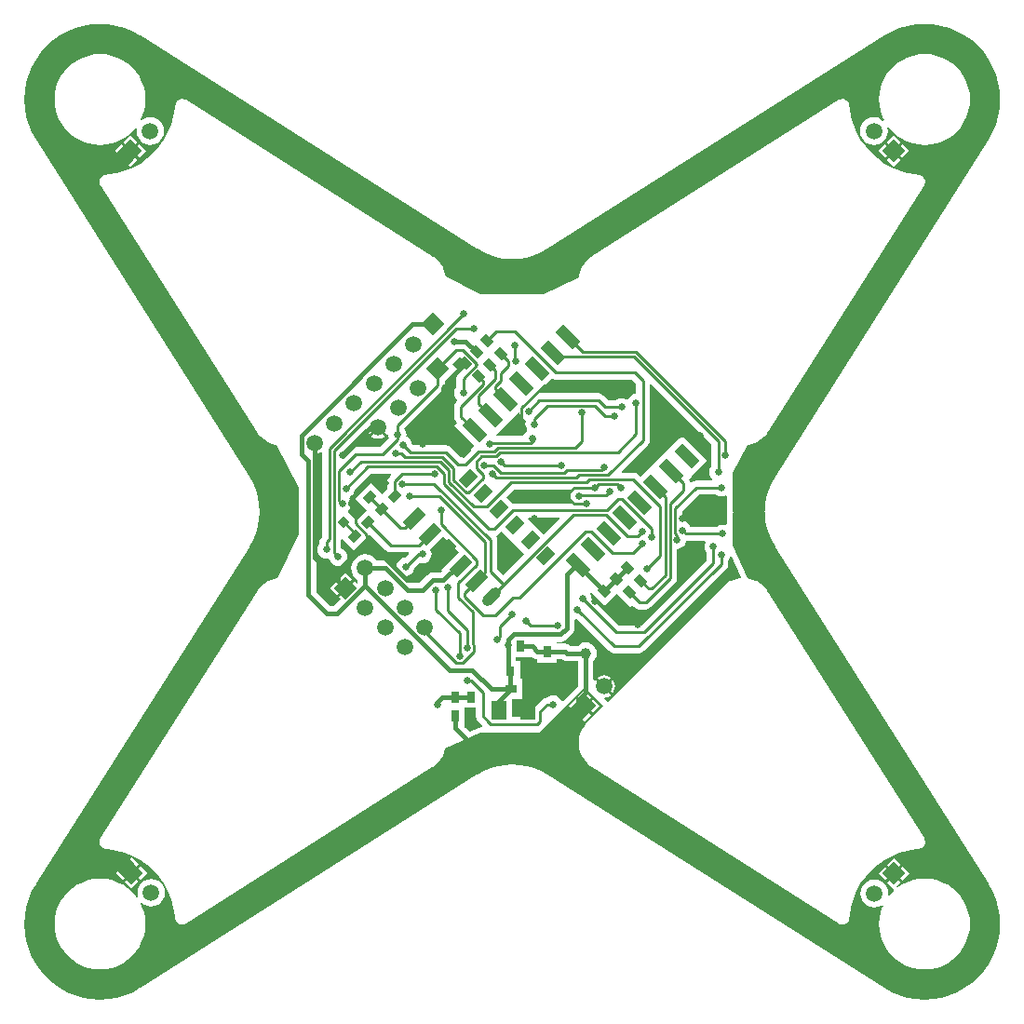
<source format=gbl>
G04 Layer_Physical_Order=2*
G04 Layer_Color=16711680*
%FSLAX44Y44*%
%MOMM*%
G71*
G01*
G75*
%ADD10R,1.0000X0.8000*%
%ADD13R,0.8000X0.9000*%
%ADD14R,0.8000X1.0000*%
%ADD18P,1.1314X4X270.0*%
%ADD25R,0.8000X1.0000*%
G04:AMPARAMS|DCode=29|XSize=1mm|YSize=0.8mm|CornerRadius=0mm|HoleSize=0mm|Usage=FLASHONLY|Rotation=315.000|XOffset=0mm|YOffset=0mm|HoleType=Round|Shape=Rectangle|*
%AMROTATEDRECTD29*
4,1,4,-0.6364,0.0707,-0.0707,0.6364,0.6364,-0.0707,0.0707,-0.6364,-0.6364,0.0707,0.0*
%
%ADD29ROTATEDRECTD29*%

G04:AMPARAMS|DCode=30|XSize=1mm|YSize=0.8mm|CornerRadius=0mm|HoleSize=0mm|Usage=FLASHONLY|Rotation=45.000|XOffset=0mm|YOffset=0mm|HoleType=Round|Shape=Rectangle|*
%AMROTATEDRECTD30*
4,1,4,-0.0707,-0.6364,-0.6364,-0.0707,0.0707,0.6364,0.6364,0.0707,-0.0707,-0.6364,0.0*
%
%ADD30ROTATEDRECTD30*%

%ADD32C,0.2540*%
%ADD33C,0.4000*%
%ADD35C,0.8000*%
%ADD36C,1.5000*%
%ADD37P,2.1213X4X90.0*%
%ADD38C,1.5000*%
%ADD39P,2.1213X4X360.0*%
%ADD40C,0.6500*%
%ADD41C,1.0000*%
%ADD42R,1.4000X1.8000*%
G04:AMPARAMS|DCode=43|XSize=1.5mm|YSize=1mm|CornerRadius=0mm|HoleSize=0mm|Usage=FLASHONLY|Rotation=225.000|XOffset=0mm|YOffset=0mm|HoleType=Round|Shape=Rectangle|*
%AMROTATEDRECTD43*
4,1,4,0.1768,0.8839,0.8839,0.1768,-0.1768,-0.8839,-0.8839,-0.1768,0.1768,0.8839,0.0*
%
%ADD43ROTATEDRECTD43*%

G04:AMPARAMS|DCode=44|XSize=2.25mm|YSize=1mm|CornerRadius=0mm|HoleSize=0mm|Usage=FLASHONLY|Rotation=135.000|XOffset=0mm|YOffset=0mm|HoleType=Round|Shape=Rectangle|*
%AMROTATEDRECTD44*
4,1,4,1.1490,-0.4419,0.4419,-1.1490,-1.1490,0.4419,-0.4419,1.1490,1.1490,-0.4419,0.0*
%
%ADD44ROTATEDRECTD44*%

G04:AMPARAMS|DCode=45|XSize=1mm|YSize=2mm|CornerRadius=0mm|HoleSize=0mm|Usage=FLASHONLY|Rotation=135.000|XOffset=0mm|YOffset=0mm|HoleType=Round|Shape=Rectangle|*
%AMROTATEDRECTD45*
4,1,4,1.0607,0.3535,-0.3535,-1.0607,-1.0607,-0.3535,0.3535,1.0607,1.0607,0.3535,0.0*
%
%ADD45ROTATEDRECTD45*%

G04:AMPARAMS|DCode=46|XSize=1mm|YSize=2mm|CornerRadius=0mm|HoleSize=0mm|Usage=FLASHONLY|Rotation=135.000|XOffset=0mm|YOffset=0mm|HoleType=Round|Shape=Round|*
%AMOVALD46*
21,1,1.0000,1.0000,0.0000,0.0000,225.0*
1,1,1.0000,0.3535,0.3535*
1,1,1.0000,-0.3535,-0.3535*
%
%ADD46OVALD46*%

G36*
X862695Y923281D02*
X870292Y921990D01*
X877696Y919857D01*
X884815Y916908D01*
X891559Y913181D01*
X897843Y908722D01*
X903588Y903588D01*
X908723Y897842D01*
X913182Y891558D01*
X916909Y884814D01*
X919858Y877696D01*
X921991Y870291D01*
X923281Y862695D01*
X923713Y855002D01*
X923281Y847309D01*
X921991Y839712D01*
X919858Y832308D01*
X916909Y825189D01*
X913284Y818630D01*
X912963Y818293D01*
X719050Y512118D01*
X718991Y511966D01*
X718959Y511921D01*
X715705Y506033D01*
X713130Y499817D01*
X711268Y493352D01*
X710141Y486719D01*
X709843Y481420D01*
X709783Y480349D01*
X708585Y480179D01*
X708009Y480179D01*
X682934Y480179D01*
X680394D01*
X680394Y481449D01*
X680394Y515482D01*
X693742Y540703D01*
X694335Y540749D01*
X698356Y541715D01*
X702176Y543297D01*
X705702Y545457D01*
X708846Y548143D01*
X711531Y551287D01*
X712115Y552240D01*
X712510Y552654D01*
X854480Y776815D01*
X854679Y777330D01*
X854986Y777790D01*
X855124Y778483D01*
X855378Y779143D01*
X855364Y779695D01*
X855472Y780236D01*
X855334Y780930D01*
X855317Y781636D01*
X855093Y782141D01*
X854986Y782682D01*
X854593Y783270D01*
X854306Y783917D01*
X853906Y784297D01*
X853600Y784756D01*
X853012Y785149D01*
X852500Y785637D01*
X851985Y785835D01*
X851526Y786142D01*
X850832Y786280D01*
X850173Y786535D01*
X849583Y786595D01*
Y786595D01*
X847309Y786723D01*
X839713Y788013D01*
X832309Y790146D01*
X825190Y793095D01*
X818446Y796822D01*
X812162Y801281D01*
X806416Y806416D01*
X801282Y812161D01*
X796823Y818445D01*
X793096Y825189D01*
X790147Y832308D01*
X788014Y839712D01*
X786723Y847309D01*
X786596Y849583D01*
X786596D01*
X786535Y850172D01*
X786281Y850832D01*
X786143Y851525D01*
X785836Y851984D01*
X785637Y852499D01*
X785150Y853011D01*
X784757Y853599D01*
X784298Y853906D01*
X783917Y854306D01*
X783271Y854592D01*
X782683Y854985D01*
X782141Y855093D01*
X781637Y855316D01*
X780930Y855334D01*
X780237Y855472D01*
X779695Y855364D01*
X779143Y855377D01*
X778484Y855123D01*
X777790Y854985D01*
X777331Y854678D01*
X776816Y854480D01*
X552655Y712509D01*
X552241Y712115D01*
X551288Y711531D01*
X548144Y708845D01*
X545458Y705701D01*
X543298Y702176D01*
X541715Y698355D01*
X540750Y694334D01*
X540681Y693455D01*
X508698Y677999D01*
X451307D01*
X419294Y693841D01*
X419255Y694334D01*
X418289Y698355D01*
X416707Y702176D01*
X414547Y705701D01*
X411861Y708845D01*
X408717Y711531D01*
X407764Y712115D01*
X407350Y712509D01*
X183189Y854480D01*
X182674Y854678D01*
X182215Y854985D01*
X181521Y855123D01*
X180861Y855377D01*
X180310Y855364D01*
X179768Y855472D01*
X179075Y855334D01*
X178368Y855316D01*
X177863Y855093D01*
X177322Y854985D01*
X176734Y854592D01*
X176087Y854306D01*
X175707Y853906D01*
X175248Y853599D01*
X174855Y853011D01*
X174367Y852499D01*
X174169Y851984D01*
X173862Y851525D01*
X173724Y850832D01*
X173469Y850172D01*
X173409Y849583D01*
X173409D01*
X173281Y847309D01*
X171991Y839712D01*
X169858Y832308D01*
X166909Y825189D01*
X163182Y818445D01*
X158723Y812161D01*
X153588Y806416D01*
X147843Y801281D01*
X141559Y796822D01*
X134815Y793095D01*
X127696Y790146D01*
X120292Y788013D01*
X112696Y786723D01*
X110422Y786595D01*
Y786595D01*
X109832Y786535D01*
X109172Y786280D01*
X108479Y786142D01*
X108020Y785835D01*
X107505Y785637D01*
X106993Y785149D01*
X106405Y784756D01*
X106098Y784297D01*
X105698Y783917D01*
X105412Y783270D01*
X105019Y782682D01*
X104911Y782141D01*
X104688Y781636D01*
X104670Y780929D01*
X104532Y780236D01*
X104640Y779695D01*
X104627Y779143D01*
X104881Y778483D01*
X105019Y777790D01*
X105326Y777330D01*
X105525Y776815D01*
X247495Y552654D01*
X247889Y552240D01*
X248473Y551287D01*
X251159Y548143D01*
X254303Y545457D01*
X257829Y543297D01*
X261649Y541715D01*
X265670Y540749D01*
X265770Y540741D01*
X285723Y501475D01*
Y459145D01*
X266362Y419309D01*
X265670Y419254D01*
X261649Y418289D01*
X257829Y416707D01*
X254303Y414546D01*
X251159Y411861D01*
X248473Y408716D01*
X247889Y407763D01*
X247495Y407349D01*
X105525Y183188D01*
X105326Y182673D01*
X105019Y182214D01*
X104881Y181521D01*
X104627Y180861D01*
X104640Y180309D01*
X104532Y179767D01*
X104670Y179074D01*
X104688Y178367D01*
X104911Y177862D01*
X105019Y177321D01*
X105412Y176733D01*
X105698Y176087D01*
X106098Y175706D01*
X106405Y175247D01*
X106993Y174854D01*
X107505Y174367D01*
X108020Y174168D01*
X108479Y173861D01*
X109172Y173723D01*
X109832Y173469D01*
X110422Y173409D01*
Y173409D01*
X112696Y173281D01*
X120292Y171990D01*
X127696Y169857D01*
X134815Y166908D01*
X141559Y163181D01*
X147843Y158722D01*
X153588Y153588D01*
X158723Y147843D01*
X163182Y141558D01*
X166909Y134814D01*
X169858Y127696D01*
X171991Y120291D01*
X173281Y112695D01*
X173409Y110421D01*
X173409D01*
X173469Y109831D01*
X173724Y109172D01*
X173862Y108478D01*
X174169Y108019D01*
X174367Y107504D01*
X174855Y106992D01*
X175248Y106404D01*
X175707Y106098D01*
X176087Y105698D01*
X176734Y105411D01*
X177322Y105019D01*
X177863Y104911D01*
X178368Y104687D01*
X179075Y104670D01*
X179768Y104532D01*
X180310Y104640D01*
X180861Y104626D01*
X181521Y104881D01*
X182215Y105019D01*
X182674Y105325D01*
X183189Y105524D01*
X407350Y247494D01*
X407764Y247889D01*
X408717Y248473D01*
X411861Y251158D01*
X414547Y254302D01*
X416707Y257828D01*
X418289Y261648D01*
X418931Y264319D01*
X451133Y278780D01*
X504570D01*
X546210Y320420D01*
X563145Y303485D01*
X548114Y288454D01*
X547918Y288160D01*
X545458Y285280D01*
X543298Y281754D01*
X541715Y277934D01*
X540750Y273913D01*
X540425Y269791D01*
X540750Y265669D01*
X540979Y264713D01*
D01*
X541715Y261648D01*
X543298Y257828D01*
X545458Y254302D01*
X548144Y251158D01*
X551288Y248473D01*
X552241Y247889D01*
X552655Y247494D01*
X776816Y105524D01*
X777331Y105325D01*
X777790Y105019D01*
X778484Y104881D01*
X779143Y104626D01*
X779695Y104640D01*
X780237Y104532D01*
X780930Y104670D01*
X781637Y104687D01*
X782141Y104911D01*
X782683Y105019D01*
X783271Y105411D01*
X783917Y105698D01*
X784298Y106098D01*
X784757Y106404D01*
X785150Y106992D01*
X785637Y107504D01*
X785836Y108019D01*
X786143Y108478D01*
X786281Y109172D01*
X786535Y109831D01*
X786596Y110421D01*
X786596D01*
X786723Y112695D01*
X788014Y120291D01*
X790147Y127696D01*
X793096Y134814D01*
X796823Y141558D01*
X801282Y147843D01*
X806416Y153588D01*
X812162Y158722D01*
X818446Y163181D01*
X825190Y166908D01*
X832309Y169857D01*
X839713Y171990D01*
X847309Y173281D01*
X849583Y173409D01*
Y173409D01*
X850173Y173469D01*
X850832Y173723D01*
X851526Y173861D01*
X851985Y174168D01*
X852500Y174367D01*
X853012Y174854D01*
X853600Y175247D01*
X853906Y175706D01*
X854306Y176087D01*
X854593Y176733D01*
X854986Y177321D01*
X855093Y177863D01*
X855317Y178367D01*
X855334Y179074D01*
X855472Y179767D01*
X855364Y180309D01*
X855378Y180861D01*
X855124Y181520D01*
X854986Y182214D01*
X854679Y182673D01*
X854480Y183188D01*
X712510Y407349D01*
X712115Y407763D01*
X711531Y408716D01*
X708846Y411861D01*
X705702Y414546D01*
X702176Y416707D01*
X698356Y418289D01*
X694360Y419248D01*
X680394Y448912D01*
X680394Y478909D01*
X681664Y480179D01*
X684204Y480179D01*
X706105D01*
X708584Y480179D01*
X708597Y480177D01*
X709766Y479964D01*
X709824Y478930D01*
X710141Y473284D01*
X711268Y466651D01*
X713130Y460187D01*
X715705Y453971D01*
X718959Y448082D01*
X718991Y448037D01*
X719050Y447886D01*
X912963Y141711D01*
X913284Y141373D01*
X916909Y134814D01*
X919858Y127696D01*
X921991Y120291D01*
X923281Y112695D01*
X923713Y105002D01*
X923281Y97309D01*
X921991Y89712D01*
X919858Y82308D01*
X916909Y75189D01*
X913182Y68445D01*
X908723Y62161D01*
X903588Y56416D01*
X897843Y51281D01*
X891559Y46822D01*
X884815Y43095D01*
X877696Y40146D01*
X870292Y38013D01*
X862695Y36723D01*
X855002Y36291D01*
X847309Y36723D01*
X839713Y38013D01*
X832309Y40146D01*
X825190Y43095D01*
X818631Y46720D01*
X818294Y47041D01*
X512119Y240954D01*
X511967Y241013D01*
X511922Y241045D01*
X506034Y244299D01*
X499818Y246874D01*
X493353Y248736D01*
X486720Y249863D01*
X480002Y250240D01*
X473285Y249863D01*
X466652Y248736D01*
X460187Y246874D01*
X453971Y244299D01*
X448083Y241045D01*
X448038Y241013D01*
X447886Y240954D01*
X141711Y47041D01*
X141374Y46720D01*
X134815Y43095D01*
X127696Y40146D01*
X120292Y38013D01*
X112696Y36723D01*
X105002Y36291D01*
X97309Y36723D01*
X89713Y38013D01*
X82309Y40146D01*
X75190Y43095D01*
X68446Y46822D01*
X62162Y51281D01*
X56416Y56416D01*
X51282Y62161D01*
X46823Y68445D01*
X43096Y75189D01*
X40147Y82308D01*
X38014Y89712D01*
X36723Y97309D01*
X36291Y105002D01*
X36723Y112695D01*
X38014Y120291D01*
X40147Y127696D01*
X43096Y134814D01*
X46721Y141373D01*
X47042Y141711D01*
X240955Y447886D01*
X241013Y448037D01*
X241045Y448082D01*
X244300Y453971D01*
X246874Y460187D01*
X248737Y466651D01*
X249864Y473284D01*
X250241Y480002D01*
X249864Y486719D01*
X248737Y493352D01*
X246874Y499817D01*
X244300Y506033D01*
X241045Y511921D01*
X241013Y511966D01*
X240955Y512118D01*
X47042Y818293D01*
X46721Y818630D01*
X43096Y825189D01*
X40147Y832308D01*
X38014Y839712D01*
X36723Y847309D01*
X36291Y855002D01*
X36723Y862695D01*
X38014Y870291D01*
X40147Y877696D01*
X43096Y884814D01*
X46823Y891558D01*
X51282Y897842D01*
X56416Y903588D01*
X62162Y908722D01*
X68446Y913181D01*
X75190Y916908D01*
X82309Y919857D01*
X89713Y921990D01*
X97309Y923281D01*
X105002Y923713D01*
X112696Y923281D01*
X120292Y921990D01*
X127696Y919857D01*
X134815Y916908D01*
X141374Y913283D01*
X141711Y912962D01*
X447886Y719049D01*
X448038Y718991D01*
X448083Y718959D01*
X453971Y715704D01*
X460187Y713130D01*
X466652Y711267D01*
X473285Y710140D01*
X480002Y709763D01*
X486720Y710140D01*
X493353Y711267D01*
X499818Y713130D01*
X506034Y715704D01*
X511922Y718959D01*
X511967Y718991D01*
X512119Y719049D01*
X818294Y912962D01*
X818631Y913283D01*
X825190Y916908D01*
X832309Y919857D01*
X839713Y921990D01*
X847309Y923281D01*
X855002Y923713D01*
X862695Y923281D01*
D02*
G37*
G36*
X517426Y600867D02*
X519873Y600381D01*
X588594D01*
X592692Y596283D01*
Y587355D01*
X590633Y587084D01*
X588626Y586253D01*
X586903Y584931D01*
X585580Y583207D01*
X585200Y582289D01*
X583973Y581960D01*
X583481Y582338D01*
X581474Y583169D01*
X579320Y583453D01*
X577167Y583169D01*
X575160Y582338D01*
X574100Y581525D01*
X567443D01*
X563110Y585858D01*
X561036Y587244D01*
X558589Y587731D01*
X504518D01*
X504305Y587957D01*
X503832Y588841D01*
X506883Y591891D01*
X506883Y591891D01*
X516487Y601495D01*
X517426Y600867D01*
D02*
G37*
G36*
X486599Y569997D02*
X486675Y569417D01*
X487507Y567410D01*
X488829Y565687D01*
X490552Y564365D01*
X491545Y563954D01*
X492260Y562360D01*
X492061Y561879D01*
X491777Y559726D01*
X492061Y557572D01*
X492892Y555565D01*
X493337Y554985D01*
X493038Y553289D01*
X492119Y552583D01*
X490796Y550860D01*
X490019Y548982D01*
X465770D01*
X465244Y550252D01*
X478598Y563607D01*
X478598D01*
X478598Y563607D01*
X485396Y570405D01*
X486599Y569997D01*
D02*
G37*
G36*
X358164Y556549D02*
X359062Y557448D01*
X366443Y550067D01*
X367275Y549844D01*
X367482Y548274D01*
X367935Y547181D01*
X359785Y539031D01*
X337794D01*
X335347Y538544D01*
X333273Y537159D01*
X325576Y529461D01*
X324402Y529947D01*
Y532940D01*
X346903Y555440D01*
X348244Y554985D01*
X348383Y553929D01*
X349394Y551486D01*
X350224Y550405D01*
X357266Y557448D01*
X358164Y556549D01*
D02*
G37*
G36*
X307299Y533952D02*
Y457663D01*
X306737Y457102D01*
X305351Y455028D01*
X304865Y452581D01*
Y450714D01*
X304051Y449654D01*
X303220Y447647D01*
X302936Y445494D01*
X303220Y443340D01*
X304051Y441333D01*
X305374Y439610D01*
X307097Y438287D01*
X309104Y437456D01*
X311258Y437172D01*
X312407Y437324D01*
X313783Y436603D01*
X314614Y434596D01*
X315936Y432873D01*
X317659Y431551D01*
X319666Y430719D01*
X321820Y430436D01*
X323974Y430719D01*
X325981Y431551D01*
X327704Y432873D01*
X329026Y434596D01*
X329858Y436603D01*
X330141Y438757D01*
X329858Y440911D01*
X329026Y442918D01*
X327704Y444641D01*
X325981Y445963D01*
X324402Y446617D01*
Y454590D01*
X325576Y455076D01*
X336014Y444638D01*
X350156Y458780D01*
X351306Y458489D01*
X364860Y444934D01*
X366934Y443549D01*
X369380Y443062D01*
X385444D01*
X385930Y441889D01*
X382172Y438130D01*
X380847Y437956D01*
X378840Y437124D01*
X377116Y435802D01*
X375794Y434079D01*
X374963Y432072D01*
X374779Y430673D01*
X373438Y430218D01*
X370018Y433638D01*
X368556Y434760D01*
X366853Y435465D01*
X365026Y435706D01*
X356627D01*
X355203Y437560D01*
X352592Y439564D01*
X349552Y440824D01*
X346288Y441253D01*
X343025Y440824D01*
X339984Y439564D01*
X337373Y437560D01*
X335370Y434949D01*
X334110Y431908D01*
X333680Y428645D01*
X334110Y425382D01*
X335370Y422341D01*
X337373Y419730D01*
X339228Y418307D01*
Y415779D01*
X338217Y414994D01*
X336325Y416886D01*
X329226Y409786D01*
X322127Y402687D01*
X324211Y400603D01*
X317783Y394175D01*
X314516D01*
X301629Y407062D01*
Y525979D01*
X301388Y527806D01*
X300683Y529509D01*
X299561Y530971D01*
X299098Y531434D01*
X299660Y532573D01*
X300236Y532497D01*
X302857Y532842D01*
X305299Y533854D01*
X306160Y534514D01*
X307299Y533952D01*
D02*
G37*
G36*
X439357Y614077D02*
X430893Y605613D01*
X429507Y603539D01*
X429021Y601093D01*
Y593614D01*
X428207Y592553D01*
X427376Y590546D01*
X427092Y588393D01*
X427376Y586239D01*
X428207Y584232D01*
X429529Y582509D01*
X429757Y582335D01*
X429840Y581067D01*
X428744Y579972D01*
X427359Y577898D01*
X426872Y575452D01*
Y566514D01*
X427359Y564067D01*
X428744Y561993D01*
X429884Y560854D01*
X427333Y558303D01*
X445062Y540574D01*
X444938Y539310D01*
X444911Y539292D01*
X435039Y529420D01*
X433466D01*
X424271Y538615D01*
X422197Y540001D01*
X419751Y540488D01*
X390002D01*
X388639Y541850D01*
X388465Y543175D01*
X387633Y545182D01*
X386311Y546906D01*
X384588Y548228D01*
X383605Y548635D01*
X383841Y550428D01*
X383557Y552581D01*
X382726Y554588D01*
X381912Y555648D01*
Y556031D01*
X416566Y590685D01*
X417952Y592759D01*
X418439Y595205D01*
Y599146D01*
X429724Y610431D01*
X425512Y614642D01*
X431931Y621062D01*
X432372D01*
X439357Y614077D01*
D02*
G37*
G36*
X661266Y541263D02*
Y521046D01*
X660452Y519985D01*
X659621Y517979D01*
X659338Y515825D01*
X659621Y513671D01*
X660452Y511664D01*
X661775Y509941D01*
X662028Y509747D01*
X661596Y508477D01*
X647046D01*
X644599Y507990D01*
X642908Y506860D01*
X641537Y507238D01*
X641345Y508208D01*
X640352Y509693D01*
X642103Y511444D01*
X643001Y512342D01*
X643899Y513240D01*
X657143Y526484D01*
X634162Y549465D01*
X620918Y536221D01*
X620020Y535323D01*
X619122Y534425D01*
X605878Y521180D01*
X605878D01*
X605878Y521180D01*
X596492Y511794D01*
X594530Y513756D01*
X592456Y515142D01*
X590009Y515629D01*
X580085D01*
X579599Y516802D01*
X603605Y540808D01*
X604991Y542882D01*
X605477Y545329D01*
Y595392D01*
X606651Y595879D01*
X661266Y541263D01*
D02*
G37*
G36*
X369960Y513575D02*
X368450Y512064D01*
X367064Y509990D01*
X366577Y507544D01*
Y500876D01*
X361634Y495933D01*
X350863Y506704D01*
X336721Y492562D01*
X347602Y481682D01*
X338067Y472147D01*
X330559Y479655D01*
X330642Y480922D01*
X331142Y481305D01*
X332464Y483029D01*
X333295Y485036D01*
X333579Y487189D01*
X333295Y489343D01*
X332464Y491350D01*
X331938Y492035D01*
X332352Y493582D01*
X332815Y493773D01*
X334539Y495096D01*
X335861Y496819D01*
X336692Y498826D01*
X336867Y500151D01*
X351464Y514748D01*
X369474D01*
X369960Y513575D01*
D02*
G37*
G36*
X533908Y499215D02*
X533402Y498557D01*
X532571Y496550D01*
X532287Y494396D01*
X532571Y492243D01*
X533402Y490236D01*
X534486Y488824D01*
X534038Y487554D01*
X480411D01*
X480406Y487553D01*
X474556Y493403D01*
X481638Y500485D01*
X533281D01*
X533908Y499215D01*
D02*
G37*
G36*
X666184Y494878D02*
X668191Y494047D01*
X670345Y493763D01*
X672499Y494047D01*
X674026Y494679D01*
X675296Y494009D01*
X675296Y481449D01*
X675296Y480179D01*
X675422Y479544D01*
X675296Y478909D01*
X675296Y478909D01*
X675296Y478909D01*
X675296Y468443D01*
X674026Y467594D01*
X673266Y467909D01*
X671112Y468193D01*
X668959Y467909D01*
X666952Y467078D01*
X665892Y466264D01*
X642252D01*
X641893Y467130D01*
X640571Y468853D01*
X638847Y470176D01*
X636840Y471007D01*
X634687Y471291D01*
X634525Y471433D01*
Y480522D01*
X649694Y495691D01*
X665124D01*
X666184Y494878D01*
D02*
G37*
G36*
X523315Y473595D02*
X508839Y459120D01*
X498044Y469915D01*
Y469915D01*
X498044Y469915D01*
X494364Y473595D01*
X494850Y474768D01*
X522829D01*
X523315Y473595D01*
D02*
G37*
G36*
X431309Y443259D02*
X415521Y427472D01*
X416350Y426643D01*
X414329Y424622D01*
X407581D01*
X405753Y424381D01*
X404051Y423676D01*
X402588Y422554D01*
X395457Y415422D01*
X388234D01*
X383301Y420355D01*
X383756Y421696D01*
X385154Y421880D01*
X387161Y422712D01*
X388884Y424034D01*
X390207Y425757D01*
X391038Y427764D01*
X391212Y429089D01*
X395840Y433717D01*
X396147Y433590D01*
X398301Y433307D01*
X400454Y433590D01*
X402461Y434421D01*
X404185Y435744D01*
X405507Y437467D01*
X406338Y439474D01*
X406622Y441628D01*
X406338Y443781D01*
X405521Y445755D01*
X417167Y457402D01*
X431309Y443259D01*
D02*
G37*
G36*
X480366Y452238D02*
X480366D01*
X480366Y452237D01*
X491162Y441442D01*
X472192Y422473D01*
X466315Y428350D01*
Y454524D01*
X465828Y456971D01*
X465581Y457341D01*
X465959Y458254D01*
X466259Y458613D01*
X468204Y459913D01*
X470447Y462156D01*
X480366Y452238D01*
D02*
G37*
G36*
X655603Y452209D02*
X655022Y450807D01*
X654739Y448653D01*
X655022Y446499D01*
X655854Y444492D01*
X656667Y443432D01*
Y436116D01*
X597375Y376824D01*
X576909D01*
X551954Y401779D01*
X551733Y403454D01*
X550902Y405461D01*
X550724Y405693D01*
X551681Y406532D01*
X563960Y394253D01*
X575037Y405331D01*
X587117Y393251D01*
X588961Y395094D01*
X590993Y393063D01*
X593067Y391677D01*
X595513Y391190D01*
X601300D01*
X603747Y391677D01*
X605821Y393063D01*
X628142Y415384D01*
X629528Y417458D01*
X630015Y419904D01*
Y446273D01*
X632073Y446544D01*
X634080Y447375D01*
X635804Y448697D01*
X637126Y450421D01*
X637957Y452428D01*
X638096Y453479D01*
X654859D01*
X655603Y452209D01*
D02*
G37*
G36*
X688153Y420465D02*
X687515Y419366D01*
X686091Y419254D01*
X682070Y418289D01*
X678250Y416707D01*
X674724Y414546D01*
X671844Y412086D01*
X671550Y411890D01*
X566750Y307090D01*
X566750Y307090D01*
X563923Y309917D01*
X564379Y311258D01*
X566151Y311491D01*
X568594Y312503D01*
X569675Y313332D01*
X562632Y320375D01*
X555590Y327417D01*
X555060Y326726D01*
X553790Y327157D01*
Y343914D01*
X553862Y343969D01*
X555465Y346058D01*
X556472Y348490D01*
X556816Y351101D01*
X556472Y353711D01*
X555465Y356144D01*
X553862Y358233D01*
X551773Y359836D01*
X549340Y360844D01*
X546730Y361187D01*
X544119Y360844D01*
X541686Y359836D01*
X539598Y358233D01*
X539543Y358161D01*
X533022D01*
X531772Y359121D01*
X530069Y359826D01*
X528242Y360067D01*
X520785D01*
Y361587D01*
X524212D01*
X526040Y361828D01*
X527743Y362533D01*
X529205Y363655D01*
X534831Y369281D01*
X535953Y370744D01*
X536658Y372446D01*
X536899Y374274D01*
Y381915D01*
X538169Y383012D01*
X538428Y382977D01*
X568171Y353234D01*
X570245Y351849D01*
X572692Y351362D01*
X595151D01*
X597598Y351849D01*
X599672Y353234D01*
X674509Y428072D01*
X675895Y430146D01*
X676381Y432592D01*
Y435373D01*
X677195Y436433D01*
X678026Y438440D01*
X678083Y438871D01*
X679391Y439075D01*
X688153Y420465D01*
D02*
G37*
G36*
X499152Y346892D02*
X500854Y346186D01*
X502682Y345946D01*
X502785D01*
Y343006D01*
X520785D01*
Y345946D01*
X525366D01*
X526617Y344986D01*
X528320Y344281D01*
X530147Y344040D01*
X539543D01*
X539598Y343969D01*
X539669Y343914D01*
Y321089D01*
X526175Y307594D01*
X524676Y307892D01*
X524336Y308714D01*
X523014Y310437D01*
X521290Y311759D01*
X519283Y312591D01*
X517130Y312874D01*
X514976Y312591D01*
X512969Y311759D01*
X511909Y310946D01*
X511555D01*
X509108Y310459D01*
X507034Y309073D01*
X501020Y303059D01*
X499634Y300985D01*
X499147Y298538D01*
Y293284D01*
X479768D01*
Y309564D01*
X480141Y309937D01*
X489156D01*
Y327937D01*
X487159D01*
Y344580D01*
X483350D01*
Y347580D01*
X496659D01*
Y347580D01*
X497929Y347830D01*
X499152Y346892D01*
D02*
G37*
G36*
X446850Y293965D02*
X447336Y291518D01*
X448722Y289444D01*
X452312Y285854D01*
X452784Y285148D01*
X452105Y283878D01*
X451133D01*
X451058Y283864D01*
X450983Y283876D01*
X450085Y283670D01*
X449182Y283490D01*
X449118Y283448D01*
X449044Y283431D01*
X441415Y280005D01*
X437784Y283636D01*
X437008Y284527D01*
X437008D01*
X437008Y284527D01*
Y301577D01*
X446850D01*
Y293965D01*
D02*
G37*
%LPC*%
G36*
X855002Y896360D02*
X849604Y896006D01*
X844298Y894951D01*
X839175Y893212D01*
X834323Y890819D01*
X829825Y887814D01*
X825757Y884247D01*
X822190Y880179D01*
X819185Y875681D01*
X816792Y870829D01*
X815053Y865706D01*
X813998Y860400D01*
X813644Y855002D01*
X813998Y849603D01*
X815053Y844297D01*
X816792Y839174D01*
X818102Y836518D01*
X817094Y835691D01*
X815276Y837085D01*
X812236Y838345D01*
X808972Y838774D01*
X805709Y838345D01*
X802669Y837085D01*
X800057Y835082D01*
X798054Y832471D01*
X796794Y829430D01*
X796365Y826167D01*
X796794Y822904D01*
X798054Y819863D01*
X800057Y817252D01*
X802669Y815248D01*
X805709Y813988D01*
X808972Y813559D01*
X812236Y813988D01*
X815276Y815248D01*
X817887Y817252D01*
X819891Y819863D01*
X821151Y822904D01*
X821580Y826167D01*
X821197Y829077D01*
X821302Y829156D01*
X822413Y829570D01*
X825757Y825757D01*
X829825Y822190D01*
X834323Y819184D01*
X839175Y816792D01*
X844298Y815052D01*
X849604Y813997D01*
X855002Y813643D01*
X860401Y813997D01*
X865707Y815052D01*
X870830Y816792D01*
X875682Y819184D01*
X880180Y822190D01*
X884247Y825757D01*
X887814Y829824D01*
X890820Y834323D01*
X893213Y839174D01*
X894952Y844297D01*
X896007Y849603D01*
X896361Y855002D01*
X896007Y860400D01*
X894952Y865706D01*
X893213Y870829D01*
X890820Y875681D01*
X887814Y880179D01*
X884247Y884247D01*
X880180Y887814D01*
X875682Y890819D01*
X870830Y893212D01*
X865707Y894951D01*
X860401Y896006D01*
X855002Y896360D01*
D02*
G37*
G36*
X105002D02*
X99604Y896006D01*
X94298Y894951D01*
X89175Y893212D01*
X84323Y890819D01*
X79825Y887814D01*
X75757Y884247D01*
X72190Y880179D01*
X69185Y875681D01*
X66792Y870829D01*
X65053Y865706D01*
X63998Y860400D01*
X63644Y855002D01*
X63998Y849603D01*
X65053Y844297D01*
X66792Y839174D01*
X69185Y834323D01*
X72190Y829824D01*
X75757Y825757D01*
X79825Y822190D01*
X84323Y819184D01*
X89175Y816792D01*
X94298Y815052D01*
X99604Y813997D01*
X105002Y813643D01*
X110401Y813997D01*
X115707Y815052D01*
X120830Y816792D01*
X125682Y819184D01*
X130180Y822190D01*
X134247Y825757D01*
X137290Y829227D01*
X138499Y828679D01*
X138168Y826167D01*
X138598Y822904D01*
X139857Y819863D01*
X141861Y817252D01*
X144472Y815248D01*
X147513Y813988D01*
X150776Y813559D01*
X154039Y813988D01*
X157080Y815248D01*
X159691Y817252D01*
X161695Y819863D01*
X162954Y822904D01*
X163384Y826167D01*
X162954Y829430D01*
X161695Y832471D01*
X159691Y835082D01*
X157080Y837085D01*
X154039Y838345D01*
X150776Y838774D01*
X147513Y838345D01*
X144472Y837085D01*
X143067Y836007D01*
X142058Y836834D01*
X143213Y839174D01*
X144952Y844297D01*
X146007Y849603D01*
X146361Y855002D01*
X146007Y860400D01*
X144952Y865706D01*
X143213Y870829D01*
X140820Y875681D01*
X137814Y880179D01*
X134247Y884247D01*
X130180Y887814D01*
X125682Y890819D01*
X120830Y893212D01*
X115707Y894951D01*
X110401Y896006D01*
X105002Y896360D01*
D02*
G37*
G36*
X132816Y822405D02*
X126615Y816204D01*
X132816Y810002D01*
X139017Y816204D01*
X132816Y822405D01*
D02*
G37*
G36*
X826933Y822404D02*
X820732Y816203D01*
X826933Y810002D01*
X833134Y816203D01*
X826933Y822404D01*
D02*
G37*
G36*
X140813Y814408D02*
X134612Y808206D01*
X140813Y802005D01*
X147015Y808206D01*
X140813Y814408D01*
D02*
G37*
G36*
X124818Y814408D02*
X118617Y808206D01*
X124818Y802005D01*
X131020Y808206D01*
X124818Y814408D01*
D02*
G37*
G36*
X834930Y814407D02*
X828729Y808206D01*
X834930Y802004D01*
X841131Y808206D01*
X834930Y814407D01*
D02*
G37*
G36*
X818935D02*
X812734Y808206D01*
X818935Y802004D01*
X825137Y808206D01*
X818935Y814407D01*
D02*
G37*
G36*
X132816Y806410D02*
X126615Y800209D01*
X132816Y794008D01*
X139017Y800209D01*
X132816Y806410D01*
D02*
G37*
G36*
X826933Y806410D02*
X820732Y800208D01*
X826933Y794007D01*
X833134Y800208D01*
X826933Y806410D01*
D02*
G37*
G36*
X545570Y317511D02*
X539369Y311310D01*
X545570Y305108D01*
X551771Y311310D01*
X545570Y317511D01*
D02*
G37*
G36*
X553567Y309514D02*
X547366Y303312D01*
X553567Y297111D01*
X559769Y303312D01*
X553567Y309514D01*
D02*
G37*
G36*
X537573D02*
X531371Y303312D01*
X537573Y297111D01*
X543774Y303312D01*
X537573Y309514D01*
D02*
G37*
G36*
X545570Y301516D02*
X539369Y295315D01*
X545570Y289114D01*
X551771Y295315D01*
X545570Y301516D01*
D02*
G37*
G36*
X133671Y165709D02*
X127470Y159508D01*
X133671Y153306D01*
X139873Y159508D01*
X133671Y165709D01*
D02*
G37*
G36*
X827196Y165120D02*
X820995Y158919D01*
X827196Y152717D01*
X833397Y158919D01*
X827196Y165120D01*
D02*
G37*
G36*
X125674Y157711D02*
X119473Y151510D01*
X125674Y145309D01*
X131875Y151510D01*
X125674Y157711D01*
D02*
G37*
G36*
X141669D02*
X135467Y151510D01*
X141669Y145309D01*
X147870Y151510D01*
X141669Y157711D01*
D02*
G37*
G36*
X819199Y157123D02*
X812997Y150921D01*
X819199Y144720D01*
X825400Y150921D01*
X819199Y157123D01*
D02*
G37*
G36*
X835193D02*
X828992Y150921D01*
X835193Y144720D01*
X841395Y150921D01*
X835193Y157123D01*
D02*
G37*
G36*
X133671Y149714D02*
X127470Y143513D01*
X133671Y137311D01*
X139873Y143513D01*
X133671Y149714D01*
D02*
G37*
G36*
X827196Y149125D02*
X820995Y142924D01*
X826943Y136976D01*
X827153Y135471D01*
X825757Y134247D01*
X822858Y130940D01*
X821649Y131488D01*
X821843Y132961D01*
X821413Y136224D01*
X820154Y139265D01*
X818150Y141876D01*
X815539Y143880D01*
X812498Y145139D01*
X809235Y145569D01*
X805972Y145139D01*
X802931Y143880D01*
X800320Y141876D01*
X798316Y139265D01*
X797057Y136224D01*
X796627Y132961D01*
X797057Y129698D01*
X798316Y126657D01*
X800320Y124046D01*
X802931Y122042D01*
X805972Y120783D01*
X809235Y120353D01*
X812498Y120783D01*
X815539Y122042D01*
X816239Y122580D01*
X817247Y121752D01*
X816792Y120829D01*
X815053Y115706D01*
X813998Y110400D01*
X813644Y105002D01*
X813998Y99603D01*
X815053Y94297D01*
X816792Y89174D01*
X819185Y84323D01*
X822190Y79824D01*
X825757Y75757D01*
X829825Y72190D01*
X834323Y69184D01*
X839175Y66792D01*
X844298Y65052D01*
X849604Y63997D01*
X855002Y63643D01*
X860401Y63997D01*
X865707Y65052D01*
X870830Y66792D01*
X875682Y69184D01*
X880180Y72190D01*
X884247Y75757D01*
X887814Y79824D01*
X890820Y84323D01*
X893213Y89174D01*
X894952Y94297D01*
X896007Y99603D01*
X896361Y105002D01*
X896007Y110400D01*
X894952Y115706D01*
X893213Y120829D01*
X890820Y125681D01*
X887814Y130179D01*
X884247Y134247D01*
X880180Y137814D01*
X875682Y140819D01*
X870830Y143212D01*
X865707Y144951D01*
X860401Y146006D01*
X855002Y146360D01*
X849604Y146006D01*
X844298Y144951D01*
X839175Y143212D01*
X834323Y140819D01*
X830603Y138334D01*
X829793Y139320D01*
X833397Y142924D01*
X827196Y149125D01*
D02*
G37*
G36*
X105002Y146360D02*
X99604Y146006D01*
X94298Y144951D01*
X89175Y143212D01*
X84323Y140819D01*
X79825Y137814D01*
X75757Y134247D01*
X72190Y130179D01*
X69185Y125681D01*
X66792Y120829D01*
X65053Y115706D01*
X63998Y110400D01*
X63644Y105002D01*
X63998Y99603D01*
X65053Y94297D01*
X66792Y89174D01*
X69185Y84323D01*
X72190Y79824D01*
X75757Y75757D01*
X79825Y72190D01*
X84323Y69184D01*
X89175Y66792D01*
X94298Y65052D01*
X99604Y63997D01*
X105002Y63643D01*
X110401Y63997D01*
X115707Y65052D01*
X120830Y66792D01*
X125682Y69184D01*
X130180Y72190D01*
X134247Y75757D01*
X137814Y79824D01*
X140820Y84323D01*
X143213Y89174D01*
X144952Y94297D01*
X146007Y99603D01*
X146361Y105002D01*
X146007Y110400D01*
X144952Y115706D01*
X143213Y120829D01*
X141721Y123854D01*
X142717Y124634D01*
X145328Y122631D01*
X148368Y121371D01*
X151632Y120941D01*
X154895Y121371D01*
X157935Y122631D01*
X160547Y124634D01*
X162550Y127245D01*
X163810Y130286D01*
X164239Y133549D01*
X163810Y136812D01*
X162550Y139853D01*
X160547Y142464D01*
X157935Y144468D01*
X154895Y145728D01*
X151632Y146157D01*
X148368Y145728D01*
X145328Y144468D01*
X142717Y142464D01*
X140713Y139853D01*
X139453Y136812D01*
X139024Y133549D01*
X139453Y130286D01*
X139752Y129565D01*
X138626Y128964D01*
X137814Y130179D01*
X134247Y134247D01*
X130180Y137814D01*
X125682Y140819D01*
X120830Y143212D01*
X115707Y144951D01*
X110401Y146006D01*
X105002Y146360D01*
D02*
G37*
G36*
X358164Y554753D02*
X352020Y548609D01*
X353101Y547780D01*
X355544Y546768D01*
X358164Y546423D01*
X360785Y546768D01*
X363228Y547780D01*
X364309Y548609D01*
X358164Y554753D01*
D02*
G37*
G36*
X328328Y424883D02*
X322127Y418682D01*
X328328Y412481D01*
X334529Y418682D01*
X328328Y424883D01*
D02*
G37*
G36*
X320331Y416886D02*
X314129Y410684D01*
X320331Y404483D01*
X326532Y410684D01*
X320331Y416886D01*
D02*
G37*
G36*
X563530Y331399D02*
X560909Y331054D01*
X558467Y330042D01*
X557386Y329213D01*
X563530Y323069D01*
X569675Y329213D01*
X568594Y330042D01*
X566151Y331054D01*
X563530Y331399D01*
D02*
G37*
G36*
X571471Y327417D02*
X565326Y321273D01*
X571471Y315128D01*
X572300Y316209D01*
X573312Y318652D01*
X573657Y321273D01*
X573312Y323894D01*
X572300Y326336D01*
X571471Y327417D01*
D02*
G37*
%LPD*%
D10*
X496156Y318937D02*
D03*
X479156D02*
D03*
D13*
X497159Y335080D02*
D03*
X478159Y335080D02*
D03*
D14*
X487659Y357580D02*
D03*
D18*
X326715Y470771D02*
D03*
X337321Y481378D02*
D03*
D25*
X511785Y336006D02*
D03*
X511785Y353006D02*
D03*
X442622Y294577D02*
D03*
Y311577D02*
D03*
X428008Y311527D02*
D03*
X428008Y294527D02*
D03*
D29*
X586410Y406686D02*
D03*
X574389Y418707D02*
D03*
X597026Y417012D02*
D03*
X585005Y429033D02*
D03*
X563253Y407688D02*
D03*
X575273Y395667D02*
D03*
X449105Y603402D02*
D03*
X437084Y615423D02*
D03*
X447194Y625469D02*
D03*
X459215Y613448D02*
D03*
X457306Y635674D02*
D03*
X469327Y623653D02*
D03*
D30*
X336721Y458073D02*
D03*
X348742Y470093D02*
D03*
X360949Y482520D02*
D03*
X372970Y494541D02*
D03*
X350156Y493270D02*
D03*
X362177Y505290D02*
D03*
D32*
X318010Y442568D02*
Y535588D01*
Y442568D02*
X321820Y438757D01*
X558294Y504918D02*
X575648D01*
X579058Y501508D01*
X565362Y494839D02*
X568648Y498125D01*
X541052Y494839D02*
X565362D01*
X526994Y515514D02*
X529352Y517872D01*
X538409Y511196D02*
X540767Y513554D01*
X590009Y509236D02*
X614358Y484888D01*
X547719Y506878D02*
X550077Y509236D01*
X555368Y501991D02*
X558294Y504918D01*
X550077Y509236D02*
X590009D01*
X540767Y513554D02*
X567310D01*
X529352Y517872D02*
X561347D01*
X563926Y520450D01*
X567310Y513554D02*
X599085Y545329D01*
X568648Y498125D02*
Y498620D01*
X554991Y398608D02*
X558012D01*
X565370Y391250D01*
X543696Y400996D02*
Y401300D01*
X574261Y370431D02*
X600023D01*
X543696Y400996D02*
X574261Y370431D01*
X499630Y546699D02*
X500116Y546213D01*
X498003Y546699D02*
X499630D01*
X500098Y564679D02*
X512022Y576603D01*
X500098Y559726D02*
Y564679D01*
X494713Y571571D02*
X504480Y581338D01*
X488415Y574180D02*
X509373Y595138D01*
X488415Y557871D02*
Y574180D01*
X442100Y326304D02*
X453242Y315162D01*
X439375Y326304D02*
X442100D01*
X480281Y401822D02*
X486745D01*
X464393Y385934D02*
X480281Y401822D01*
X453368Y385934D02*
X464393D01*
X571362Y442621D02*
X589735D01*
X551944Y462040D02*
X571362Y442621D01*
X546962Y462040D02*
X551944D01*
X486745Y401822D02*
X546962Y462040D01*
X593943Y457843D02*
X598331Y462232D01*
X584593Y457843D02*
X593943D01*
X565594Y476843D02*
X584593Y457843D01*
X614358Y439955D02*
Y484888D01*
X599085Y545329D02*
Y598931D01*
X591242Y606773D02*
X599085Y598931D01*
X519873Y606773D02*
X591242D01*
X465147Y511196D02*
X538409D01*
X478990Y506878D02*
X547719D01*
X536399Y501991D02*
X555368D01*
X531821Y497414D02*
X536399Y501991D01*
X531821Y491984D02*
Y497414D01*
X540609Y494396D02*
X541052Y494839D01*
X535604Y476843D02*
X565594D01*
X461483Y402723D02*
X535604Y476843D01*
X463684Y464433D02*
X480411Y481161D01*
X647046Y502084D02*
X670345D01*
X628132Y483170D02*
X647046Y502084D01*
X400170Y371526D02*
X429388Y342309D01*
X400170Y371526D02*
Y374764D01*
X382492Y465153D02*
X390773Y473433D01*
X378317Y465153D02*
X382492D01*
X360949Y482520D02*
X378317Y465153D01*
X606926Y410079D02*
X619304Y422457D01*
X603960Y410079D02*
X606926D01*
X597026Y417012D02*
X603960Y410079D01*
X610297Y502619D02*
X619304Y493612D01*
Y422457D02*
Y493612D01*
X623622Y419904D02*
Y487710D01*
X601300Y397583D02*
X623622Y419904D01*
X449708Y585788D02*
X464431Y600512D01*
X449708Y578355D02*
Y585788D01*
Y578355D02*
X460037Y568026D01*
X433265Y566514D02*
Y575452D01*
X453867Y596054D01*
Y598639D01*
X464431Y600512D02*
Y608232D01*
X464415Y593928D02*
X469406Y598919D01*
X464415Y591932D02*
Y593928D01*
X469406Y598919D02*
Y605537D01*
X459215Y613448D02*
X464431Y608232D01*
X469406Y605537D02*
X476169Y612300D01*
X649561Y473509D02*
X650221Y474169D01*
X650480Y473910D01*
X634597Y473509D02*
X649561D01*
X418135Y505017D02*
X458718Y464433D01*
X422453Y506805D02*
X444713Y484545D01*
X411259Y521141D02*
X418135Y514265D01*
Y505017D02*
Y514265D01*
X414566Y525459D02*
X422453Y517572D01*
Y506805D02*
Y517572D01*
X416355Y529777D02*
X426771Y519361D01*
Y508594D02*
Y519361D01*
Y508594D02*
X437975Y497389D01*
X440380D02*
X453336Y510346D01*
X437975Y497389D02*
X440380D01*
X444713Y484545D02*
X456657D01*
X458718Y464433D02*
X463684D01*
X460658Y542589D02*
X496492D01*
X500116Y546213D01*
X488415Y557871D02*
X488616Y557670D01*
X509373Y595138D02*
X517747D01*
X504480Y581338D02*
X558589D01*
X512022Y576603D02*
X555362D01*
X575273Y395608D02*
Y395667D01*
X570915Y391250D02*
X575273Y395608D01*
X565370Y391250D02*
X570915D01*
X442125Y285693D02*
Y294080D01*
X442622Y294577D01*
X536222Y487584D02*
X547345D01*
X531821Y491984D02*
X536222Y487584D01*
X469555Y525517D02*
X473259Y521812D01*
X469735Y515514D02*
X526994D01*
X456657Y484545D02*
X478990Y506878D01*
X462917Y522332D02*
X469735Y515514D01*
X462073Y514270D02*
X465147Y511196D01*
X480411Y481161D02*
X565773D01*
X416096Y571683D02*
X422782Y564997D01*
X416096Y571683D02*
Y592881D01*
X437084Y613869D01*
Y615423D01*
X435413Y588393D02*
Y601093D01*
X412046Y610431D02*
X412259D01*
X429283Y627454D01*
X435020D01*
X447796Y614678D01*
Y613476D02*
Y614678D01*
X435413Y601093D02*
X447796Y613476D01*
X628132Y460617D02*
X629920Y458829D01*
X628132Y460617D02*
Y483170D01*
X623622Y487710D02*
X635438Y499527D01*
X637784Y459871D02*
X671112D01*
X634687Y462969D02*
X637784Y459871D01*
X629920Y454581D02*
Y458829D01*
X606837Y457133D02*
Y464376D01*
X589735Y442621D02*
X598226Y451112D01*
X598331Y462232D02*
Y462282D01*
X593751Y377189D02*
X594257D01*
X575273Y395667D02*
X593751Y377189D01*
X663060Y433468D02*
Y448653D01*
X600023Y370431D02*
X663060Y433468D01*
X669988Y432592D02*
Y440593D01*
X595151Y357755D02*
X669988Y432592D01*
X572692Y357755D02*
X595151D01*
X630454Y549386D02*
X630689Y549150D01*
X643771D01*
X650678D01*
X627604Y565317D02*
X643771Y549150D01*
X516605Y624595D02*
X519995Y621205D01*
X590365D01*
X482622Y644025D02*
X519873Y606773D01*
X465656Y644025D02*
X482622D01*
X590365Y621205D02*
X667659Y543911D01*
X449431Y534771D02*
X463796D01*
X437687Y523028D02*
X449431Y534771D01*
X447240Y525729D02*
X451965Y530453D01*
X447240Y519407D02*
Y525729D01*
Y519407D02*
X453336Y513311D01*
X451965Y530453D02*
X465584D01*
X454460Y522332D02*
X462917D01*
X454460Y522159D02*
Y522332D01*
X454322Y522021D02*
X454460Y522159D01*
X430818Y523028D02*
X437687D01*
X473259Y521812D02*
X524385D01*
X453336Y510346D02*
Y513311D01*
X465584Y530453D02*
X469085Y533954D01*
X459257Y541189D02*
X460658Y542589D01*
X463796Y534771D02*
X467296Y538271D01*
X537576D01*
X543622Y544318D01*
X576257Y533954D02*
X592787Y550484D01*
X469085Y533954D02*
X576257D01*
X379803Y514377D02*
X409679D01*
X372970Y494541D02*
Y507544D01*
X379803Y514377D01*
X409580Y514279D02*
X409679Y514377D01*
X409215Y514279D02*
X409580D01*
X408915Y505531D02*
X459922Y454524D01*
X379864Y505531D02*
X408915D01*
X414031Y494309D02*
X455604Y452736D01*
X386990Y494309D02*
X414031D01*
X348816Y521141D02*
X411259D01*
X382578Y529777D02*
X416355D01*
X419751Y534095D02*
X430818Y523028D01*
X387354Y534095D02*
X419751D01*
X342426Y525459D02*
X414566D01*
X380427Y541022D02*
X387354Y534095D01*
X379203Y533152D02*
X382578Y529777D01*
X415016Y468593D02*
X447676Y435933D01*
X415016Y468593D02*
Y481727D01*
X565773Y481161D02*
X575867Y491255D01*
X579957D02*
X606837Y464376D01*
X575867Y491255D02*
X579957D01*
X457306Y635674D02*
X465656Y644025D01*
X476169Y612300D02*
Y616811D01*
X416813Y559028D02*
X422782Y564997D01*
X416813Y554682D02*
Y559028D01*
X469327Y623653D02*
X476169Y616811D01*
X464415Y591932D02*
X474179Y582169D01*
X433265Y566514D02*
X445895Y553884D01*
X449105Y603402D02*
X453867Y598639D01*
X497038Y376189D02*
X521257D01*
X492587Y380640D02*
X497038Y376189D01*
X530748Y638737D02*
X543835Y625649D01*
X592027D01*
X673969Y543708D01*
Y531655D02*
Y543708D01*
X667659Y515825D02*
Y543911D01*
X539257Y391189D02*
X572692Y357755D01*
X469054Y376003D02*
X479865Y386814D01*
X469054Y366095D02*
Y376003D01*
X466200Y363513D02*
X466472D01*
X469054Y366095D01*
X416586Y554909D02*
X431753Y539742D01*
X412467Y554682D02*
X416813D01*
X399624Y541839D02*
X412467Y554682D01*
X398496Y541839D02*
X399624D01*
X362433Y532638D02*
X375520Y545725D01*
Y550428D02*
Y558679D01*
X412046Y595205D01*
X375520Y545725D02*
Y550428D01*
X337794Y532638D02*
X362433D01*
X378896Y533152D02*
X379203D01*
X378587Y532842D02*
X378896Y533152D01*
X373782Y532842D02*
X378587D01*
X322357Y517201D02*
X337794Y532638D01*
X322357Y490090D02*
Y517201D01*
X318010Y535588D02*
X429032Y646610D01*
X445130D01*
X592787Y550484D02*
Y579047D01*
X543622Y544318D02*
Y570305D01*
X332802Y515835D02*
X342426Y525459D01*
X602256Y427853D02*
X614358Y439955D01*
X412046Y595205D02*
Y610431D01*
X455604Y425128D02*
Y452736D01*
X459922Y425702D02*
Y454524D01*
X410490Y391288D02*
X431996Y369782D01*
X410490Y391288D02*
Y408415D01*
X383000Y429918D02*
X394710Y441628D01*
X398301D01*
X395078Y449455D02*
X404915Y459292D01*
X369380Y449455D02*
X395078D01*
X421025Y390369D02*
X438899Y372496D01*
X421025Y390369D02*
Y411393D01*
X438899Y355781D02*
Y372496D01*
X438294Y346270D02*
X445196Y353173D01*
X438294Y345998D02*
Y346270D01*
X434605Y342309D02*
X438294Y345998D01*
X429388Y342309D02*
X434605D01*
X431996Y348607D02*
Y369782D01*
X444198Y359389D02*
Y388998D01*
Y359389D02*
X445196Y358390D01*
Y353173D02*
Y358390D01*
X431048Y402148D02*
X444198Y388998D01*
X453242Y293965D02*
Y315162D01*
X431048Y415103D02*
X447676Y431731D01*
X431048Y402148D02*
Y415103D01*
X447676Y431731D02*
Y435933D01*
X459922Y425702D02*
X472192Y413432D01*
X447341Y416865D02*
X455604Y425128D01*
X322357Y490090D02*
X325258Y487189D01*
X311258Y445494D02*
Y452581D01*
X313692Y455015D01*
Y537376D02*
X436019Y659704D01*
X436098D01*
X482141Y617851D02*
Y631306D01*
X564795Y575132D02*
X579320D01*
X558589Y581338D02*
X564795Y575132D01*
X564776Y567189D02*
X573257D01*
X555362Y576603D02*
X564776Y567189D01*
X328655Y500980D02*
X348816Y521141D01*
X482141Y631306D02*
X482257Y631189D01*
X482141Y617851D02*
X482595D01*
X483257Y617189D01*
X505540Y298538D02*
X511555Y304553D01*
X505540Y289516D02*
Y298538D01*
X502915Y286891D02*
X505540Y289516D01*
X459875Y286891D02*
X502915D01*
X494458Y299060D02*
X496156Y300758D01*
X457720Y289046D02*
X459875Y286891D01*
X457720Y289046D02*
Y289487D01*
X453242Y293965D02*
X457720Y289487D01*
X511555Y304553D02*
X517130D01*
X461483Y402723D02*
X472192Y413432D01*
X635438Y499527D02*
Y505762D01*
X347853Y452566D02*
Y459018D01*
X337321Y469550D02*
X347853Y459018D01*
X337321Y469550D02*
Y481378D01*
X624439Y516761D02*
X635438Y505762D01*
X313692Y455015D02*
Y537376D01*
X436913Y402390D02*
X453368Y385934D01*
X436913Y402390D02*
Y406437D01*
X447341Y416865D01*
X342236Y446949D02*
X347853Y452566D01*
X357525Y509942D02*
X362177Y505290D01*
X352454Y509942D02*
X357525D01*
X331868Y489356D02*
X352454Y509942D01*
X331868Y486831D02*
Y489356D01*
Y486831D02*
X337321Y481378D01*
X595513Y397583D02*
X601300D01*
X586410Y406686D02*
X595513Y397583D01*
X348742Y470093D02*
X369380Y449455D01*
X326715Y470771D02*
X336721Y460765D01*
X350156Y493270D02*
X350200D01*
X360949Y482520D01*
X496156Y334077D02*
X497159Y335080D01*
X498085Y336006D01*
X478159Y319933D02*
X479156Y318937D01*
D33*
X476290Y363413D02*
X481525Y368648D01*
X476290Y336949D02*
X478159Y335080D01*
X476290Y359045D02*
Y363413D01*
Y336949D02*
Y359045D01*
X411667Y304451D02*
Y307333D01*
X415861Y311527D01*
X508940Y318937D02*
X511350Y316527D01*
X496156Y318937D02*
X508940D01*
X325371Y530950D02*
X350971Y556549D01*
X325258Y531063D02*
Y531189D01*
Y531063D02*
X325371Y530950D01*
X350971Y556549D02*
X358164D01*
X300346Y438666D02*
Y542513D01*
X300236Y542624D02*
X300346Y542513D01*
Y438666D02*
X321668Y417344D01*
X288030Y532517D02*
X294568Y525979D01*
Y404137D02*
Y525979D01*
Y404137D02*
X311591Y387114D01*
X346288Y412696D02*
Y428645D01*
Y412695D02*
Y412696D01*
X389497Y650387D02*
X407999D01*
X288030Y548919D02*
X389497Y650387D01*
X288030Y532517D02*
Y548919D01*
X311591Y387114D02*
X320708D01*
X346288Y412695D01*
X427599Y635048D02*
X437615D01*
X447194Y625469D01*
X563426Y407688D02*
X584888Y429150D01*
X538144Y431354D02*
X539586D01*
X563253Y407688D01*
X539586Y431354D02*
Y431908D01*
X529838Y423049D02*
X538144Y431354D01*
X529838Y374274D02*
Y423049D01*
X524212Y368648D02*
X529838Y374274D01*
X481525Y368648D02*
X524212D01*
X415861Y311527D02*
X428008D01*
X428058Y311577D01*
X442622D01*
X385309Y408362D02*
X398381D01*
X365026Y428645D02*
X385309Y408362D01*
X346288Y428645D02*
X365026D01*
X355198Y446949D02*
X384462Y417686D01*
Y417659D02*
Y417686D01*
Y417659D02*
X391567D01*
X419057Y445150D01*
X342236Y446949D02*
X355198D01*
X407581Y417562D02*
X417254D01*
X398381Y408362D02*
X407581Y417562D01*
X417254D02*
X430700Y431007D01*
X433199D01*
X530147Y351101D02*
X546730D01*
X530123Y351125D02*
X530147Y351101D01*
X546730Y315259D02*
Y351101D01*
X540177Y308706D02*
X546730Y315259D01*
X528242Y353006D02*
X530123Y351125D01*
X443684Y336212D02*
X460960Y318937D01*
X422772Y336212D02*
X443684D01*
X388892Y370092D02*
X422772Y336212D01*
X460960Y318937D02*
X479156D01*
X321668Y417344D02*
X328328Y410684D01*
X467768Y299308D02*
Y307549D01*
X496156Y300758D02*
Y318937D01*
X563253Y407688D02*
X563426D01*
X321668Y417344D02*
Y426381D01*
X342236Y446949D01*
X346288Y412696D02*
X388892Y370092D01*
Y370092D02*
Y370092D01*
X512921Y268941D02*
X521741Y277761D01*
X428008Y283427D02*
X442494Y268941D01*
X512921D01*
X428008Y283427D02*
Y294527D01*
X496156Y318937D02*
Y334077D01*
X498085Y336006D02*
X511785D01*
X467768Y307549D02*
X479156Y318937D01*
X478159Y319933D02*
Y335080D01*
X487659Y357580D02*
X487779Y357700D01*
X497988D01*
X502682Y353006D01*
X511785D01*
X528242D01*
X540177Y308706D02*
X545570Y303312D01*
D35*
X84636Y50721D02*
X105017D01*
X49035Y86322D02*
Y128155D01*
Y86322D02*
X84636Y50721D01*
X49035Y128155D02*
X91441Y170561D01*
X48790Y826117D02*
X85097Y789810D01*
X48790Y826117D02*
Y874800D01*
X85097Y789810D02*
X96813D01*
X48790Y874800D02*
X85217Y911229D01*
X106234D01*
D36*
X517709Y275340D02*
X520877Y272173D01*
X517709Y275340D02*
Y275451D01*
X545570Y303312D01*
X91441Y170561D02*
X99026Y162976D01*
X122206D01*
X133671Y151510D01*
X86423Y175579D02*
X260461Y453181D01*
X88816Y781812D02*
X96813Y789810D01*
X105294Y798291D01*
X122900D01*
X132816Y808206D01*
X260461Y453181D02*
X261212Y453932D01*
X88820Y781812D02*
X261212Y508874D01*
Y453932D02*
Y508874D01*
D37*
X132816Y808206D02*
D03*
X827196Y150921D02*
D03*
X407999Y650387D02*
D03*
X545570Y303312D02*
D03*
X412046Y610431D02*
D03*
D38*
X150776Y826167D02*
D03*
X400170Y374764D02*
D03*
X382210Y356803D02*
D03*
Y392724D02*
D03*
X364249Y374764D02*
D03*
Y410684D02*
D03*
X346288Y392724D02*
D03*
X346288Y428645D02*
D03*
X808972Y826167D02*
D03*
X809235Y132961D02*
D03*
X151632Y133549D02*
D03*
X354117Y596505D02*
D03*
X372077Y614465D02*
D03*
X390038Y632426D02*
D03*
X336156Y578545D02*
D03*
X318196Y560584D02*
D03*
X300236Y542624D02*
D03*
X563530Y321273D02*
D03*
X394085Y592470D02*
D03*
X376125Y574509D02*
D03*
X358164Y556549D02*
D03*
D39*
X328328Y410684D02*
D03*
X826933Y808206D02*
D03*
X133671Y151510D02*
D03*
D40*
X321820Y438757D02*
D03*
X579058Y501508D02*
D03*
X568648Y498620D02*
D03*
X554991Y398608D02*
D03*
X543696Y401300D02*
D03*
X476290Y359045D02*
D03*
X498003Y546699D02*
D03*
X411667Y304451D02*
D03*
X500098Y559726D02*
D03*
X494713Y571571D02*
D03*
X439375Y326304D02*
D03*
X540609Y494396D02*
D03*
X650480Y473910D02*
D03*
X634597Y473509D02*
D03*
X500423Y473759D02*
D03*
X481719Y440689D02*
D03*
X488616Y557670D02*
D03*
X517747Y595138D02*
D03*
X511350Y316527D02*
D03*
X442125Y285693D02*
D03*
X547345Y487584D02*
D03*
X555368Y501991D02*
D03*
X563926Y520450D02*
D03*
X671112Y459871D02*
D03*
X634687Y462969D02*
D03*
X629920Y454581D02*
D03*
X606837Y457133D02*
D03*
X598226Y451112D02*
D03*
X598331Y462282D02*
D03*
X325258Y531189D02*
D03*
X594257Y377189D02*
D03*
X627604Y565317D02*
D03*
X454322Y522021D02*
D03*
X462073Y514270D02*
D03*
X469555Y525517D02*
D03*
X524385Y521812D02*
D03*
X409215Y514279D02*
D03*
X386990Y494309D02*
D03*
X379864Y505531D02*
D03*
X415016Y481727D02*
D03*
X459257Y541189D02*
D03*
X422782Y564997D02*
D03*
X427599Y635048D02*
D03*
X435413Y588393D02*
D03*
X492587Y380640D02*
D03*
X663060Y448653D02*
D03*
X669988Y440593D02*
D03*
X650678Y549150D02*
D03*
X673969Y531655D02*
D03*
X667659Y515825D02*
D03*
X670345Y502084D02*
D03*
X539257Y391189D02*
D03*
X521257Y376189D02*
D03*
X479865Y386814D02*
D03*
X466200Y363513D02*
D03*
X398496Y541839D02*
D03*
X375520Y550428D02*
D03*
X380427Y541022D02*
D03*
X373782Y532842D02*
D03*
X445130Y646610D02*
D03*
X602256Y427853D02*
D03*
X410490Y408415D02*
D03*
X383000Y429918D02*
D03*
X398301Y441628D02*
D03*
X421025Y411393D02*
D03*
X431996Y348607D02*
D03*
X438899Y355781D02*
D03*
X325258Y487189D02*
D03*
X311258Y445494D02*
D03*
X436098Y659704D02*
D03*
X573257Y567189D02*
D03*
X579320Y575132D02*
D03*
X543622Y570305D02*
D03*
X592787Y579047D02*
D03*
X630257Y549189D02*
D03*
X482257Y631189D02*
D03*
X483257Y617189D02*
D03*
X332802Y515835D02*
D03*
X328655Y500980D02*
D03*
X517130Y304553D02*
D03*
D41*
X546730Y351101D02*
D03*
X848956Y909551D02*
D03*
X853315Y51791D02*
D03*
X105017Y50721D02*
D03*
X106234Y911229D02*
D03*
D42*
X467768Y299308D02*
D03*
X493769D02*
D03*
D43*
X439708Y510574D02*
D03*
X453850Y496432D02*
D03*
X467992Y482290D02*
D03*
X482134Y468147D02*
D03*
X496276Y454005D02*
D03*
X510418Y439863D02*
D03*
D44*
X539586Y431908D02*
D03*
X553729Y446050D02*
D03*
X567870Y460193D02*
D03*
X582013Y474334D02*
D03*
X596155Y488477D02*
D03*
X610297Y502619D02*
D03*
X624439Y516761D02*
D03*
X638582Y530903D02*
D03*
X530748Y638737D02*
D03*
X516605Y624595D02*
D03*
X502463Y610452D02*
D03*
X488321Y596311D02*
D03*
X474179Y582169D02*
D03*
X460037Y568026D02*
D03*
X445895Y553884D02*
D03*
X431753Y539742D02*
D03*
D45*
X390773Y473433D02*
D03*
X404915Y459292D02*
D03*
X419057Y445150D02*
D03*
X433199Y431007D02*
D03*
X447341Y416865D02*
D03*
D46*
X461483Y402723D02*
D03*
M02*

</source>
